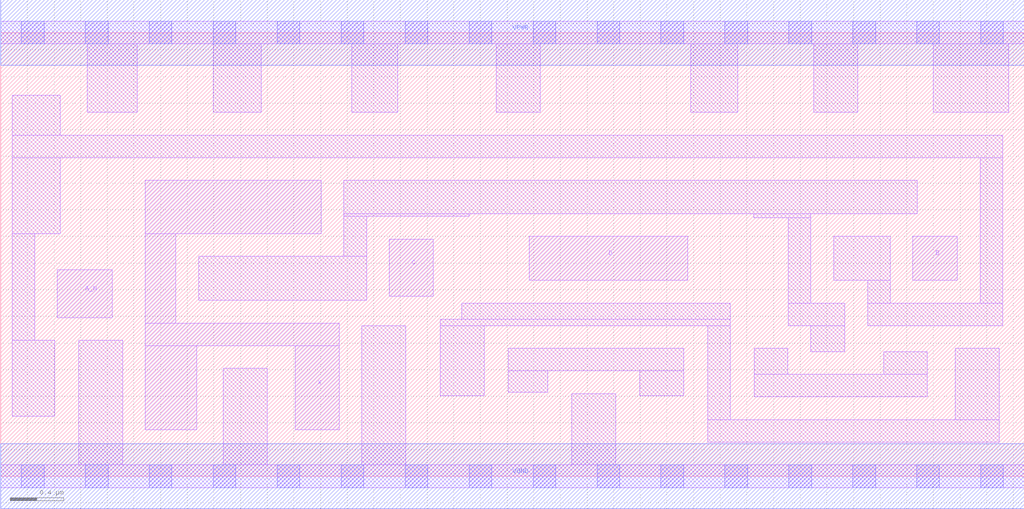
<source format=lef>
# Copyright 2020 The SkyWater PDK Authors
#
# Licensed under the Apache License, Version 2.0 (the "License");
# you may not use this file except in compliance with the License.
# You may obtain a copy of the License at
#
#     https://www.apache.org/licenses/LICENSE-2.0
#
# Unless required by applicable law or agreed to in writing, software
# distributed under the License is distributed on an "AS IS" BASIS,
# WITHOUT WARRANTIES OR CONDITIONS OF ANY KIND, either express or implied.
# See the License for the specific language governing permissions and
# limitations under the License.
#
# SPDX-License-Identifier: Apache-2.0

VERSION 5.7 ;
  NAMESCASESENSITIVE ON ;
  NOWIREEXTENSIONATPIN ON ;
  DIVIDERCHAR "/" ;
  BUSBITCHARS "[]" ;
UNITS
  DATABASE MICRONS 200 ;
END UNITS
MACRO sky130_fd_sc_ls__and4b_4
  CLASS CORE ;
  SOURCE USER ;
  FOREIGN sky130_fd_sc_ls__and4b_4 ;
  ORIGIN  0.000000  0.000000 ;
  SIZE  7.680000 BY  3.330000 ;
  SYMMETRY X Y ;
  SITE unit ;
  PIN A_N
    ANTENNAGATEAREA  0.246000 ;
    DIRECTION INPUT ;
    USE SIGNAL ;
    PORT
      LAYER li1 ;
        RECT 0.425000 1.190000 0.835000 1.550000 ;
    END
  END A_N
  PIN B
    ANTENNAGATEAREA  0.492000 ;
    DIRECTION INPUT ;
    USE SIGNAL ;
    PORT
      LAYER li1 ;
        RECT 6.845000 1.470000 7.180000 1.800000 ;
    END
  END B
  PIN C
    ANTENNAGATEAREA  0.492000 ;
    DIRECTION INPUT ;
    USE SIGNAL ;
    PORT
      LAYER li1 ;
        RECT 2.915000 1.350000 3.245000 1.780000 ;
    END
  END C
  PIN D
    ANTENNAGATEAREA  0.492000 ;
    DIRECTION INPUT ;
    USE SIGNAL ;
    PORT
      LAYER li1 ;
        RECT 3.965000 1.470000 5.155000 1.800000 ;
    END
  END D
  PIN X
    ANTENNADIFFAREA  1.209600 ;
    DIRECTION OUTPUT ;
    USE SIGNAL ;
    PORT
      LAYER li1 ;
        RECT 1.085000 0.350000 1.470000 0.980000 ;
        RECT 1.085000 0.980000 2.540000 1.150000 ;
        RECT 1.085000 1.150000 1.315000 1.820000 ;
        RECT 1.085000 1.820000 2.405000 2.220000 ;
        RECT 2.210000 0.350000 2.540000 0.980000 ;
    END
  END X
  PIN VGND
    DIRECTION INOUT ;
    SHAPE ABUTMENT ;
    USE GROUND ;
    PORT
      LAYER met1 ;
        RECT 0.000000 -0.245000 7.680000 0.245000 ;
    END
  END VGND
  PIN VPWR
    DIRECTION INOUT ;
    SHAPE ABUTMENT ;
    USE POWER ;
    PORT
      LAYER met1 ;
        RECT 0.000000 3.085000 7.680000 3.575000 ;
    END
  END VPWR
  OBS
    LAYER li1 ;
      RECT 0.000000 -0.085000 7.680000 0.085000 ;
      RECT 0.000000  3.245000 7.680000 3.415000 ;
      RECT 0.085000  0.450000 0.405000 1.020000 ;
      RECT 0.085000  1.020000 0.255000 1.820000 ;
      RECT 0.085000  1.820000 0.445000 2.390000 ;
      RECT 0.085000  2.390000 7.520000 2.560000 ;
      RECT 0.085000  2.560000 0.445000 2.860000 ;
      RECT 0.585000  0.085000 0.915000 1.020000 ;
      RECT 0.650000  2.730000 1.025000 3.245000 ;
      RECT 1.485000  1.320000 2.745000 1.650000 ;
      RECT 1.595000  2.730000 1.955000 3.245000 ;
      RECT 1.670000  0.085000 2.000000 0.810000 ;
      RECT 2.575000  1.650000 2.745000 1.950000 ;
      RECT 2.575000  1.950000 3.515000 1.970000 ;
      RECT 2.575000  1.970000 6.880000 2.220000 ;
      RECT 2.635000  2.730000 2.980000 3.245000 ;
      RECT 2.710000  0.085000 3.040000 1.130000 ;
      RECT 3.300000  0.605000 3.630000 1.130000 ;
      RECT 3.300000  1.130000 5.475000 1.180000 ;
      RECT 3.460000  1.180000 5.475000 1.300000 ;
      RECT 3.720000  2.730000 4.050000 3.245000 ;
      RECT 3.810000  0.630000 4.105000 0.790000 ;
      RECT 3.810000  0.790000 5.125000 0.960000 ;
      RECT 4.285000  0.085000 4.615000 0.620000 ;
      RECT 4.795000  0.605000 5.125000 0.790000 ;
      RECT 5.180000  2.730000 5.530000 3.245000 ;
      RECT 5.305000  0.255000 7.495000 0.425000 ;
      RECT 5.305000  0.425000 5.475000 1.130000 ;
      RECT 5.650000  1.940000 6.080000 1.970000 ;
      RECT 5.655000  0.595000 6.955000 0.765000 ;
      RECT 5.655000  0.765000 5.905000 0.960000 ;
      RECT 5.910000  1.130000 6.335000 1.300000 ;
      RECT 5.910000  1.300000 6.080000 1.940000 ;
      RECT 6.080000  0.935000 6.335000 1.130000 ;
      RECT 6.100000  2.730000 6.430000 3.245000 ;
      RECT 6.250000  1.470000 6.675000 1.800000 ;
      RECT 6.505000  1.130000 7.520000 1.300000 ;
      RECT 6.505000  1.300000 6.675000 1.470000 ;
      RECT 6.625000  0.765000 6.955000 0.935000 ;
      RECT 7.000000  2.730000 7.565000 3.245000 ;
      RECT 7.165000  0.425000 7.495000 0.960000 ;
      RECT 7.350000  1.300000 7.520000 2.390000 ;
    LAYER mcon ;
      RECT 0.155000 -0.085000 0.325000 0.085000 ;
      RECT 0.155000  3.245000 0.325000 3.415000 ;
      RECT 0.635000 -0.085000 0.805000 0.085000 ;
      RECT 0.635000  3.245000 0.805000 3.415000 ;
      RECT 1.115000 -0.085000 1.285000 0.085000 ;
      RECT 1.115000  3.245000 1.285000 3.415000 ;
      RECT 1.595000 -0.085000 1.765000 0.085000 ;
      RECT 1.595000  3.245000 1.765000 3.415000 ;
      RECT 2.075000 -0.085000 2.245000 0.085000 ;
      RECT 2.075000  3.245000 2.245000 3.415000 ;
      RECT 2.555000 -0.085000 2.725000 0.085000 ;
      RECT 2.555000  3.245000 2.725000 3.415000 ;
      RECT 3.035000 -0.085000 3.205000 0.085000 ;
      RECT 3.035000  3.245000 3.205000 3.415000 ;
      RECT 3.515000 -0.085000 3.685000 0.085000 ;
      RECT 3.515000  3.245000 3.685000 3.415000 ;
      RECT 3.995000 -0.085000 4.165000 0.085000 ;
      RECT 3.995000  3.245000 4.165000 3.415000 ;
      RECT 4.475000 -0.085000 4.645000 0.085000 ;
      RECT 4.475000  3.245000 4.645000 3.415000 ;
      RECT 4.955000 -0.085000 5.125000 0.085000 ;
      RECT 4.955000  3.245000 5.125000 3.415000 ;
      RECT 5.435000 -0.085000 5.605000 0.085000 ;
      RECT 5.435000  3.245000 5.605000 3.415000 ;
      RECT 5.915000 -0.085000 6.085000 0.085000 ;
      RECT 5.915000  3.245000 6.085000 3.415000 ;
      RECT 6.395000 -0.085000 6.565000 0.085000 ;
      RECT 6.395000  3.245000 6.565000 3.415000 ;
      RECT 6.875000 -0.085000 7.045000 0.085000 ;
      RECT 6.875000  3.245000 7.045000 3.415000 ;
      RECT 7.355000 -0.085000 7.525000 0.085000 ;
      RECT 7.355000  3.245000 7.525000 3.415000 ;
  END
END sky130_fd_sc_ls__and4b_4
END LIBRARY

</source>
